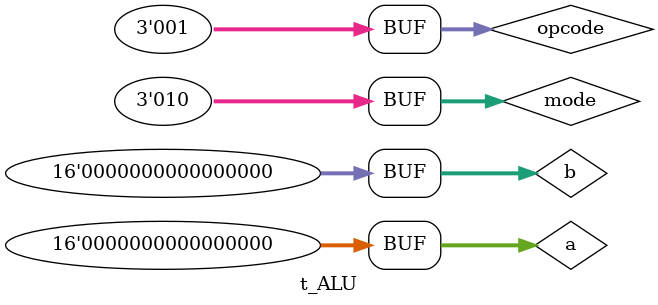
<source format=v>
`timescale 1ns / 1ps


module t_ALU();
reg [15:0] a;
reg [15:0] b;
reg [2:0] opcode;
reg [2:0]mode;
wire [31:0] outALU;
wire eq;


// Instantiation of ALU

ALU d1 (.a(a), .b(b), .opcode(opcode), .mode(mode), .outALU(outALU), .eq(eq));

// Initialization
initial
begin
	a <= 16'h0000;
	b <= 16'h0000;
	opcode <= 000;
	mode <= 2'b00;
end

initial
begin

	//#10 mode = 00;	//	Mode 0 test the Arithmetic Unit
	#5 a = 16'h0005; b = 16'h0007;

	# 5 opcode = 3'b001;
	# 5 opcode = 3'b010;
	# 5 opcode = 3'b011;
	# 5 opcode = 3'b100;
	# 5 opcode = 3'b101;
	# 5 opcode = 3'b110;
	# 5 opcode = 3'b111;

	#10 mode = 2'b01;	// Mode 1 test for logic unit

	// Various opcodes to see the output
	# 5 opcode = 3'b000;
	# 5 opcode = 3'b001;
	# 5 opcode = 3'b010;
	# 5 opcode = 3'b011;
	# 5 opcode = 3'b100;
	# 5 opcode = 3'b101;
	# 5 opcode = 3'b110;
	# 5 opcode = 3'b111;

    #10 mode = 2'b10;	//	Mode 0 test the Arithmetic Unit
	//# 5 a = 16'h0100;
	# 5 opcode = 3'b000;
	//# 5 a = 16'h01001;
    # 5 opcode = 3'b001;


	// Test ZA
	#10 a <= 16'h0000;

	// Test ZB
	#10 b <= 16'h0000;
	

end
endmodule

</source>
